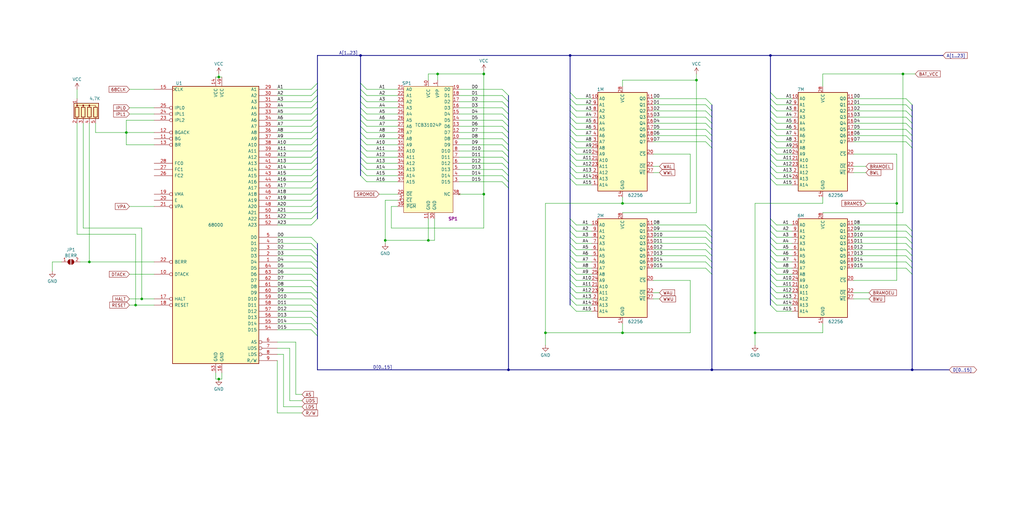
<source format=kicad_sch>
(kicad_sch (version 20230121) (generator eeschema)
  (paper "User" 421.996 209.398)
  (title_block (title "68000 - BIOS ROM - Working & Backup RAM") (date "2023-08-15") (company "SNK") (comment 3 "Converted by Frater ") (comment 4 "NEO-GEO MVS MV1F"))
  (junction (at 224.79 137.16))
  (junction (at 176.53 99.06))
  (junction (at 287.02 33.02))
  (junction (at 158.75 99.06))
  (junction (at 36.83 107.95))
  (junction (at 148.59 22.86))
  (junction (at 52.07 54.61))
  (junction (at 256.54 137.16))
  (junction (at 55.88 125.73))
  (junction (at 209.55 152.4))
  (junction (at 180.34 30.48))
  (junction (at 375.92 152.4))
  (junction (at 317.5 22.86))
  (junction (at 199.39 30.48))
  (junction (at 234.95 22.86))
  (junction (at 90.17 156.21))
  (junction (at 58.42 123.19))
  (junction (at 293.37 152.4))
  (junction (at 369.57 83.82))
  (junction (at 90.17 31.75))
  (junction (at 256.54 83.82))
  (junction (at 199.39 80.01))
  (junction (at 372.11 30.48))
  (junction (at 311.15 137.16))
  (bus_entry (at 209.55 62.23) (size -2.54 -2.54))
  (bus_entry (at 375.92 95.25) (size -2.54 -2.54))
  (bus_entry (at 375.92 53.34) (size -2.54 -2.54))
  (bus_entry (at 130.81 105.41) (size -2.54 -2.54))
  (bus_entry (at 130.81 118.11) (size -2.54 -2.54))
  (bus_entry (at 130.81 125.73) (size -2.54 -2.54))
  (bus_entry (at 130.81 77.47) (size -2.54 2.54))
  (bus_entry (at 209.55 41.91) (size -2.54 -2.54))
  (bus_entry (at 130.81 52.07) (size -2.54 2.54))
  (bus_entry (at 130.81 49.53) (size -2.54 2.54))
  (bus_entry (at 375.92 97.79) (size -2.54 -2.54))
  (bus_entry (at 293.37 60.96) (size -2.54 -2.54))
  (bus_entry (at 317.5 58.42) (size 2.54 2.54))
  (bus_entry (at 148.59 54.61) (size 2.54 2.54))
  (bus_entry (at 375.92 105.41) (size -2.54 -2.54))
  (bus_entry (at 130.81 44.45) (size -2.54 2.54))
  (bus_entry (at 317.5 95.25) (size 2.54 2.54))
  (bus_entry (at 130.81 120.65) (size -2.54 -2.54))
  (bus_entry (at 234.95 58.42) (size 2.54 2.54))
  (bus_entry (at 130.81 54.61) (size -2.54 2.54))
  (bus_entry (at 209.55 44.45) (size -2.54 -2.54))
  (bus_entry (at 234.95 118.11) (size 2.54 2.54))
  (bus_entry (at 209.55 72.39) (size -2.54 -2.54))
  (bus_entry (at 375.92 102.87) (size -2.54 -2.54))
  (bus_entry (at 234.95 53.34) (size 2.54 2.54))
  (bus_entry (at 293.37 95.25) (size -2.54 -2.54))
  (bus_entry (at 209.55 46.99) (size -2.54 -2.54))
  (bus_entry (at 234.95 71.12) (size 2.54 2.54))
  (bus_entry (at 148.59 62.23) (size 2.54 2.54))
  (bus_entry (at 375.92 110.49) (size -2.54 -2.54))
  (bus_entry (at 317.5 68.58) (size 2.54 2.54))
  (bus_entry (at 130.81 39.37) (size -2.54 2.54))
  (bus_entry (at 317.5 66.04) (size 2.54 2.54))
  (bus_entry (at 375.92 100.33) (size -2.54 -2.54))
  (bus_entry (at 209.55 52.07) (size -2.54 -2.54))
  (bus_entry (at 293.37 50.8) (size -2.54 -2.54))
  (bus_entry (at 317.5 45.72) (size 2.54 2.54))
  (bus_entry (at 234.95 105.41) (size 2.54 2.54))
  (bus_entry (at 234.95 100.33) (size 2.54 2.54))
  (bus_entry (at 317.5 53.34) (size 2.54 2.54))
  (bus_entry (at 209.55 77.47) (size -2.54 -2.54))
  (bus_entry (at 293.37 102.87) (size -2.54 -2.54))
  (bus_entry (at 130.81 80.01) (size -2.54 2.54))
  (bus_entry (at 130.81 34.29) (size -2.54 2.54))
  (bus_entry (at 234.95 38.1) (size 2.54 2.54))
  (bus_entry (at 130.81 128.27) (size -2.54 -2.54))
  (bus_entry (at 130.81 36.83) (size -2.54 2.54))
  (bus_entry (at 130.81 113.03) (size -2.54 -2.54))
  (bus_entry (at 148.59 34.29) (size 2.54 2.54))
  (bus_entry (at 234.95 113.03) (size 2.54 2.54))
  (bus_entry (at 234.95 50.8) (size 2.54 2.54))
  (bus_entry (at 317.5 43.18) (size 2.54 2.54))
  (bus_entry (at 317.5 123.19) (size 2.54 2.54))
  (bus_entry (at 209.55 69.85) (size -2.54 -2.54))
  (bus_entry (at 130.81 100.33) (size -2.54 -2.54))
  (bus_entry (at 375.92 48.26) (size -2.54 -2.54))
  (bus_entry (at 234.95 102.87) (size 2.54 2.54))
  (bus_entry (at 148.59 67.31) (size 2.54 2.54))
  (bus_entry (at 130.81 102.87) (size -2.54 -2.54))
  (bus_entry (at 130.81 130.81) (size -2.54 -2.54))
  (bus_entry (at 148.59 49.53) (size 2.54 2.54))
  (bus_entry (at 130.81 72.39) (size -2.54 2.54))
  (bus_entry (at 317.5 97.79) (size 2.54 2.54))
  (bus_entry (at 234.95 120.65) (size 2.54 2.54))
  (bus_entry (at 317.5 50.8) (size 2.54 2.54))
  (bus_entry (at 130.81 67.31) (size -2.54 2.54))
  (bus_entry (at 375.92 45.72) (size -2.54 -2.54))
  (bus_entry (at 293.37 48.26) (size -2.54 -2.54))
  (bus_entry (at 317.5 63.5) (size 2.54 2.54))
  (bus_entry (at 130.81 64.77) (size -2.54 2.54))
  (bus_entry (at 148.59 36.83) (size 2.54 2.54))
  (bus_entry (at 293.37 107.95) (size -2.54 -2.54))
  (bus_entry (at 317.5 113.03) (size 2.54 2.54))
  (bus_entry (at 148.59 44.45) (size 2.54 2.54))
  (bus_entry (at 234.95 55.88) (size 2.54 2.54))
  (bus_entry (at 130.81 59.69) (size -2.54 2.54))
  (bus_entry (at 317.5 107.95) (size 2.54 2.54))
  (bus_entry (at 130.81 46.99) (size -2.54 2.54))
  (bus_entry (at 148.59 52.07) (size 2.54 2.54))
  (bus_entry (at 234.95 125.73) (size 2.54 2.54))
  (bus_entry (at 130.81 138.43) (size -2.54 -2.54))
  (bus_entry (at 148.59 57.15) (size 2.54 2.54))
  (bus_entry (at 293.37 55.88) (size -2.54 -2.54))
  (bus_entry (at 209.55 39.37) (size -2.54 -2.54))
  (bus_entry (at 130.81 133.35) (size -2.54 -2.54))
  (bus_entry (at 234.95 92.71) (size 2.54 2.54))
  (bus_entry (at 130.81 85.09) (size -2.54 2.54))
  (bus_entry (at 317.5 90.17) (size 2.54 2.54))
  (bus_entry (at 234.95 110.49) (size 2.54 2.54))
  (bus_entry (at 234.95 97.79) (size 2.54 2.54))
  (bus_entry (at 234.95 115.57) (size 2.54 2.54))
  (bus_entry (at 148.59 46.99) (size 2.54 2.54))
  (bus_entry (at 317.5 73.66) (size 2.54 2.54))
  (bus_entry (at 375.92 113.03) (size -2.54 -2.54))
  (bus_entry (at 317.5 40.64) (size 2.54 2.54))
  (bus_entry (at 130.81 123.19) (size -2.54 -2.54))
  (bus_entry (at 317.5 100.33) (size 2.54 2.54))
  (bus_entry (at 209.55 59.69) (size -2.54 -2.54))
  (bus_entry (at 148.59 59.69) (size 2.54 2.54))
  (bus_entry (at 293.37 97.79) (size -2.54 -2.54))
  (bus_entry (at 130.81 74.93) (size -2.54 2.54))
  (bus_entry (at 293.37 100.33) (size -2.54 -2.54))
  (bus_entry (at 234.95 73.66) (size 2.54 2.54))
  (bus_entry (at 234.95 68.58) (size 2.54 2.54))
  (bus_entry (at 234.95 123.19) (size 2.54 2.54))
  (bus_entry (at 317.5 105.41) (size 2.54 2.54))
  (bus_entry (at 209.55 54.61) (size -2.54 -2.54))
  (bus_entry (at 375.92 55.88) (size -2.54 -2.54))
  (bus_entry (at 293.37 110.49) (size -2.54 -2.54))
  (bus_entry (at 130.81 69.85) (size -2.54 2.54))
  (bus_entry (at 130.81 115.57) (size -2.54 -2.54))
  (bus_entry (at 130.81 57.15) (size -2.54 2.54))
  (bus_entry (at 375.92 107.95) (size -2.54 -2.54))
  (bus_entry (at 317.5 60.96) (size 2.54 2.54))
  (bus_entry (at 234.95 40.64) (size 2.54 2.54))
  (bus_entry (at 375.92 50.8) (size -2.54 -2.54))
  (bus_entry (at 317.5 125.73) (size 2.54 2.54))
  (bus_entry (at 234.95 95.25) (size 2.54 2.54))
  (bus_entry (at 317.5 115.57) (size 2.54 2.54))
  (bus_entry (at 148.59 69.85) (size 2.54 2.54))
  (bus_entry (at 234.95 90.17) (size 2.54 2.54))
  (bus_entry (at 130.81 62.23) (size -2.54 2.54))
  (bus_entry (at 148.59 41.91) (size 2.54 2.54))
  (bus_entry (at 317.5 118.11) (size 2.54 2.54))
  (bus_entry (at 130.81 87.63) (size -2.54 2.54))
  (bus_entry (at 234.95 45.72) (size 2.54 2.54))
  (bus_entry (at 209.55 74.93) (size -2.54 -2.54))
  (bus_entry (at 130.81 135.89) (size -2.54 -2.54))
  (bus_entry (at 130.81 41.91) (size -2.54 2.54))
  (bus_entry (at 317.5 92.71) (size 2.54 2.54))
  (bus_entry (at 209.55 67.31) (size -2.54 -2.54))
  (bus_entry (at 293.37 58.42) (size -2.54 -2.54))
  (bus_entry (at 234.95 43.18) (size 2.54 2.54))
  (bus_entry (at 375.92 60.96) (size -2.54 -2.54))
  (bus_entry (at 317.5 55.88) (size 2.54 2.54))
  (bus_entry (at 293.37 53.34) (size -2.54 -2.54))
  (bus_entry (at 148.59 72.39) (size 2.54 2.54))
  (bus_entry (at 234.95 63.5) (size 2.54 2.54))
  (bus_entry (at 317.5 120.65) (size 2.54 2.54))
  (bus_entry (at 317.5 48.26) (size 2.54 2.54))
  (bus_entry (at 130.81 110.49) (size -2.54 -2.54))
  (bus_entry (at 317.5 110.49) (size 2.54 2.54))
  (bus_entry (at 293.37 113.03) (size -2.54 -2.54))
  (bus_entry (at 130.81 107.95) (size -2.54 -2.54))
  (bus_entry (at 148.59 64.77) (size 2.54 2.54))
  (bus_entry (at 293.37 43.18) (size -2.54 -2.54))
  (bus_entry (at 317.5 102.87) (size 2.54 2.54))
  (bus_entry (at 375.92 43.18) (size -2.54 -2.54))
  (bus_entry (at 234.95 66.04) (size 2.54 2.54))
  (bus_entry (at 130.81 82.55) (size -2.54 2.54))
  (bus_entry (at 209.55 57.15) (size -2.54 -2.54))
  (bus_entry (at 293.37 45.72) (size -2.54 -2.54))
  (bus_entry (at 130.81 90.17) (size -2.54 2.54))
  (bus_entry (at 234.95 60.96) (size 2.54 2.54))
  (bus_entry (at 375.92 58.42) (size -2.54 -2.54))
  (bus_entry (at 234.95 107.95) (size 2.54 2.54))
  (bus_entry (at 234.95 48.26) (size 2.54 2.54))
  (bus_entry (at 209.55 49.53) (size -2.54 -2.54))
  (bus_entry (at 317.5 71.12) (size 2.54 2.54))
  (bus_entry (at 148.59 39.37) (size 2.54 2.54))
  (bus_entry (at 317.5 38.1) (size 2.54 2.54))
  (bus_entry (at 209.55 64.77) (size -2.54 -2.54))
  (bus_entry (at 293.37 105.41) (size -2.54 -2.54))
  (bus (pts (xy 209.55 44.45) (xy 209.55 46.99)))
  (wire (pts (xy 158.75 99.06) (xy 158.75 100.33)))
  (bus (pts (xy 234.95 50.8) (xy 234.95 53.34)))
  (wire (pts (xy 351.79 50.8) (xy 373.38 50.8)))
  (wire (pts (xy 21.59 107.95) (xy 25.4 107.95)))
  (wire (pts (xy 320.04 128.27) (xy 326.39 128.27)))
  (bus (pts (xy 375.92 58.42) (xy 375.92 60.96)))
  (wire (pts (xy 21.59 111.76) (xy 21.59 107.95)))
  (wire (pts (xy 39.37 54.61) (xy 52.07 54.61)))
  (wire (pts (xy 114.3 128.27) (xy 128.27 128.27)))
  (wire (pts (xy 91.44 153.67) (xy 91.44 156.21)))
  (wire (pts (xy 269.24 50.8) (xy 290.83 50.8)))
  (wire (pts (xy 320.04 76.2) (xy 326.39 76.2)))
  (wire (pts (xy 189.23 39.37) (xy 207.01 39.37)))
  (wire (pts (xy 237.49 71.12) (xy 243.84 71.12)))
  (bus (pts (xy 317.5 71.12) (xy 317.5 73.66)))
  (wire (pts (xy 179.07 90.17) (xy 179.07 99.06)))
  (wire (pts (xy 237.49 128.27) (xy 243.84 128.27)))
  (wire (pts (xy 31.75 50.8) (xy 31.75 96.52)))
  (wire (pts (xy 114.3 59.69) (xy 128.27 59.69)))
  (bus (pts (xy 234.95 40.64) (xy 234.95 43.18)))
  (wire (pts (xy 369.57 115.57) (xy 351.79 115.57)))
  (wire (pts (xy 320.04 58.42) (xy 326.39 58.42)))
  (wire (pts (xy 114.3 41.91) (xy 128.27 41.91)))
  (wire (pts (xy 36.83 107.95) (xy 63.5 107.95)))
  (wire (pts (xy 151.13 74.93) (xy 163.83 74.93)))
  (bus (pts (xy 375.92 55.88) (xy 375.92 58.42)))
  (bus (pts (xy 317.5 22.86) (xy 317.5 38.1)))
  (wire (pts (xy 237.49 120.65) (xy 243.84 120.65)))
  (wire (pts (xy 237.49 100.33) (xy 243.84 100.33)))
  (wire (pts (xy 58.42 93.98) (xy 58.42 123.19)))
  (wire (pts (xy 189.23 64.77) (xy 207.01 64.77)))
  (wire (pts (xy 88.9 153.67) (xy 88.9 156.21)))
  (wire (pts (xy 114.3 64.77) (xy 128.27 64.77)))
  (wire (pts (xy 269.24 53.34) (xy 290.83 53.34)))
  (bus (pts (xy 317.5 50.8) (xy 317.5 53.34)))
  (wire (pts (xy 114.3 118.11) (xy 128.27 118.11)))
  (wire (pts (xy 114.3 85.09) (xy 128.27 85.09)))
  (bus (pts (xy 234.95 90.17) (xy 234.95 92.71)))
  (wire (pts (xy 351.79 71.12) (xy 356.87 71.12)))
  (wire (pts (xy 114.3 82.55) (xy 128.27 82.55)))
  (wire (pts (xy 320.04 97.79) (xy 326.39 97.79)))
  (bus (pts (xy 234.95 97.79) (xy 234.95 100.33)))
  (bus (pts (xy 293.37 58.42) (xy 293.37 60.96)))
  (bus (pts (xy 317.5 107.95) (xy 317.5 110.49)))
  (bus (pts (xy 234.95 22.86) (xy 317.5 22.86)))
  (wire (pts (xy 269.24 40.64) (xy 290.83 40.64)))
  (bus (pts (xy 148.59 62.23) (xy 148.59 64.77)))
  (wire (pts (xy 114.3 105.41) (xy 128.27 105.41)))
  (wire (pts (xy 189.23 80.01) (xy 199.39 80.01)))
  (bus (pts (xy 130.81 85.09) (xy 130.81 87.63)))
  (wire (pts (xy 128.27 39.37) (xy 114.3 39.37)))
  (wire (pts (xy 237.49 53.34) (xy 243.84 53.34)))
  (wire (pts (xy 176.53 99.06) (xy 179.07 99.06)))
  (wire (pts (xy 91.44 156.21) (xy 90.17 156.21)))
  (bus (pts (xy 234.95 68.58) (xy 234.95 71.12)))
  (wire (pts (xy 287.02 87.63) (xy 256.54 87.63)))
  (wire (pts (xy 151.13 69.85) (xy 163.83 69.85)))
  (bus (pts (xy 293.37 105.41) (xy 293.37 107.95)))
  (wire (pts (xy 356.87 83.82) (xy 369.57 83.82)))
  (bus (pts (xy 234.95 55.88) (xy 234.95 58.42)))
  (wire (pts (xy 53.34 113.03) (xy 63.5 113.03)))
  (wire (pts (xy 237.49 45.72) (xy 243.84 45.72)))
  (wire (pts (xy 176.53 90.17) (xy 176.53 99.06)))
  (wire (pts (xy 256.54 137.16) (xy 284.48 137.16)))
  (bus (pts (xy 209.55 49.53) (xy 209.55 52.07)))
  (wire (pts (xy 158.75 82.55) (xy 158.75 99.06)))
  (wire (pts (xy 114.3 67.31) (xy 128.27 67.31)))
  (wire (pts (xy 114.3 44.45) (xy 128.27 44.45)))
  (bus (pts (xy 375.92 113.03) (xy 375.92 152.4)))
  (bus (pts (xy 234.95 63.5) (xy 234.95 66.04)))
  (wire (pts (xy 224.79 83.82) (xy 224.79 137.16)))
  (wire (pts (xy 284.48 63.5) (xy 269.24 63.5)))
  (bus (pts (xy 148.59 59.69) (xy 148.59 62.23)))
  (wire (pts (xy 90.17 30.48) (xy 90.17 31.75)))
  (wire (pts (xy 199.39 93.98) (xy 199.39 80.01)))
  (wire (pts (xy 351.79 102.87) (xy 373.38 102.87)))
  (bus (pts (xy 293.37 97.79) (xy 293.37 100.33)))
  (bus (pts (xy 317.5 120.65) (xy 317.5 123.19)))
  (wire (pts (xy 351.79 110.49) (xy 373.38 110.49)))
  (wire (pts (xy 351.79 68.58) (xy 356.87 68.58)))
  (bus (pts (xy 130.81 67.31) (xy 130.81 69.85)))
  (wire (pts (xy 269.24 105.41) (xy 290.83 105.41)))
  (wire (pts (xy 339.09 83.82) (xy 311.15 83.82)))
  (wire (pts (xy 53.34 125.73) (xy 55.88 125.73)))
  (bus (pts (xy 234.95 53.34) (xy 234.95 55.88)))
  (bus (pts (xy 130.81 34.29) (xy 130.81 36.83)))
  (wire (pts (xy 151.13 64.77) (xy 163.83 64.77)))
  (wire (pts (xy 351.79 48.26) (xy 373.38 48.26)))
  (wire (pts (xy 114.3 74.93) (xy 128.27 74.93)))
  (bus (pts (xy 148.59 49.53) (xy 148.59 52.07)))
  (bus (pts (xy 130.81 102.87) (xy 130.81 105.41)))
  (wire (pts (xy 124.46 167.64) (xy 116.84 167.64)))
  (wire (pts (xy 237.49 125.73) (xy 243.84 125.73)))
  (bus (pts (xy 293.37 45.72) (xy 293.37 48.26)))
  (bus (pts (xy 317.5 55.88) (xy 317.5 58.42)))
  (wire (pts (xy 114.3 123.19) (xy 128.27 123.19)))
  (wire (pts (xy 320.04 125.73) (xy 326.39 125.73)))
  (wire (pts (xy 114.3 135.89) (xy 128.27 135.89)))
  (wire (pts (xy 114.3 80.01) (xy 128.27 80.01)))
  (wire (pts (xy 339.09 30.48) (xy 372.11 30.48)))
  (wire (pts (xy 237.49 113.03) (xy 243.84 113.03)))
  (wire (pts (xy 114.3 54.61) (xy 128.27 54.61)))
  (wire (pts (xy 320.04 55.88) (xy 326.39 55.88)))
  (wire (pts (xy 320.04 95.25) (xy 326.39 95.25)))
  (wire (pts (xy 237.49 60.96) (xy 243.84 60.96)))
  (wire (pts (xy 237.49 63.5) (xy 243.84 63.5)))
  (bus (pts (xy 293.37 107.95) (xy 293.37 110.49)))
  (wire (pts (xy 320.04 107.95) (xy 326.39 107.95)))
  (wire (pts (xy 256.54 83.82) (xy 224.79 83.82)))
  (wire (pts (xy 269.24 45.72) (xy 290.83 45.72)))
  (bus (pts (xy 130.81 120.65) (xy 130.81 123.19)))
  (wire (pts (xy 320.04 102.87) (xy 326.39 102.87)))
  (wire (pts (xy 320.04 110.49) (xy 326.39 110.49)))
  (wire (pts (xy 119.38 143.51) (xy 114.3 143.51)))
  (wire (pts (xy 88.9 156.21) (xy 90.17 156.21)))
  (wire (pts (xy 237.49 40.64) (xy 243.84 40.64)))
  (wire (pts (xy 199.39 29.21) (xy 199.39 30.48)))
  (bus (pts (xy 293.37 102.87) (xy 293.37 105.41)))
  (bus (pts (xy 375.92 152.4) (xy 391.16 152.4)))
  (bus (pts (xy 209.55 54.61) (xy 209.55 57.15)))
  (bus (pts (xy 234.95 71.12) (xy 234.95 73.66)))
  (wire (pts (xy 52.07 59.69) (xy 52.07 54.61)))
  (wire (pts (xy 351.79 53.34) (xy 373.38 53.34)))
  (bus (pts (xy 317.5 113.03) (xy 317.5 115.57)))
  (bus (pts (xy 375.92 105.41) (xy 375.92 107.95)))
  (wire (pts (xy 269.24 120.65) (xy 271.78 120.65)))
  (bus (pts (xy 375.92 50.8) (xy 375.92 53.34)))
  (wire (pts (xy 269.24 68.58) (xy 271.78 68.58)))
  (bus (pts (xy 234.95 38.1) (xy 234.95 40.64)))
  (wire (pts (xy 189.23 57.15) (xy 207.01 57.15)))
  (wire (pts (xy 58.42 123.19) (xy 63.5 123.19)))
  (wire (pts (xy 31.75 36.83) (xy 31.75 40.64)))
  (wire (pts (xy 124.46 162.56) (xy 121.92 162.56)))
  (wire (pts (xy 151.13 59.69) (xy 163.83 59.69)))
  (bus (pts (xy 375.92 95.25) (xy 375.92 97.79)))
  (wire (pts (xy 237.49 55.88) (xy 243.84 55.88)))
  (bus (pts (xy 130.81 113.03) (xy 130.81 115.57)))
  (wire (pts (xy 151.13 41.91) (xy 163.83 41.91)))
  (wire (pts (xy 351.79 105.41) (xy 373.38 105.41)))
  (wire (pts (xy 199.39 80.01) (xy 199.39 30.48)))
  (wire (pts (xy 339.09 81.28) (xy 339.09 83.82)))
  (wire (pts (xy 151.13 67.31) (xy 163.83 67.31)))
  (bus (pts (xy 130.81 107.95) (xy 130.81 110.49)))
  (wire (pts (xy 351.79 58.42) (xy 373.38 58.42)))
  (wire (pts (xy 351.79 45.72) (xy 373.38 45.72)))
  (wire (pts (xy 176.53 30.48) (xy 180.34 30.48)))
  (wire (pts (xy 237.49 68.58) (xy 243.84 68.58)))
  (bus (pts (xy 130.81 138.43) (xy 130.81 152.4)))
  (wire (pts (xy 320.04 73.66) (xy 326.39 73.66)))
  (wire (pts (xy 189.23 54.61) (xy 207.01 54.61)))
  (bus (pts (xy 130.81 110.49) (xy 130.81 113.03)))
  (bus (pts (xy 317.5 40.64) (xy 317.5 43.18)))
  (bus (pts (xy 209.55 46.99) (xy 209.55 49.53)))
  (wire (pts (xy 339.09 35.56) (xy 339.09 30.48)))
  (wire (pts (xy 114.3 57.15) (xy 128.27 57.15)))
  (bus (pts (xy 317.5 48.26) (xy 317.5 50.8)))
  (wire (pts (xy 320.04 45.72) (xy 326.39 45.72)))
  (bus (pts (xy 317.5 60.96) (xy 317.5 63.5)))
  (wire (pts (xy 114.3 110.49) (xy 128.27 110.49)))
  (bus (pts (xy 148.59 39.37) (xy 148.59 36.83)))
  (wire (pts (xy 119.38 143.51) (xy 119.38 165.1)))
  (wire (pts (xy 284.48 83.82) (xy 284.48 63.5)))
  (bus (pts (xy 130.81 135.89) (xy 130.81 138.43)))
  (bus (pts (xy 130.81 52.07) (xy 130.81 54.61)))
  (wire (pts (xy 269.24 48.26) (xy 290.83 48.26)))
  (wire (pts (xy 114.3 97.79) (xy 128.27 97.79)))
  (wire (pts (xy 151.13 36.83) (xy 163.83 36.83)))
  (bus (pts (xy 234.95 107.95) (xy 234.95 110.49)))
  (wire (pts (xy 320.04 60.96) (xy 326.39 60.96)))
  (bus (pts (xy 234.95 92.71) (xy 234.95 95.25)))
  (wire (pts (xy 351.79 120.65) (xy 358.14 120.65)))
  (bus (pts (xy 130.81 64.77) (xy 130.81 67.31)))
  (bus (pts (xy 209.55 39.37) (xy 209.55 41.91)))
  (wire (pts (xy 320.04 53.34) (xy 326.39 53.34)))
  (bus (pts (xy 234.95 66.04) (xy 234.95 68.58)))
  (bus (pts (xy 209.55 152.4) (xy 293.37 152.4)))
  (wire (pts (xy 269.24 58.42) (xy 290.83 58.42)))
  (bus (pts (xy 293.37 152.4) (xy 375.92 152.4)))
  (wire (pts (xy 351.79 95.25) (xy 373.38 95.25)))
  (bus (pts (xy 130.81 152.4) (xy 209.55 152.4)))
  (bus (pts (xy 130.81 72.39) (xy 130.81 74.93)))
  (wire (pts (xy 189.23 36.83) (xy 207.01 36.83)))
  (wire (pts (xy 33.02 107.95) (xy 36.83 107.95)))
  (wire (pts (xy 269.24 100.33) (xy 290.83 100.33)))
  (wire (pts (xy 311.15 83.82) (xy 311.15 137.16)))
  (wire (pts (xy 269.24 43.18) (xy 290.83 43.18)))
  (bus (pts (xy 293.37 43.18) (xy 293.37 45.72)))
  (bus (pts (xy 375.92 60.96) (xy 375.92 95.25)))
  (bus (pts (xy 293.37 110.49) (xy 293.37 113.03)))
  (bus (pts (xy 234.95 105.41) (xy 234.95 107.95)))
  (bus (pts (xy 130.81 125.73) (xy 130.81 128.27)))
  (bus (pts (xy 130.81 77.47) (xy 130.81 80.01)))
  (bus (pts (xy 234.95 118.11) (xy 234.95 120.65)))
  (bus (pts (xy 293.37 53.34) (xy 293.37 55.88)))
  (bus (pts (xy 317.5 53.34) (xy 317.5 55.88)))
  (wire (pts (xy 320.04 92.71) (xy 326.39 92.71)))
  (bus (pts (xy 148.59 22.86) (xy 148.59 34.29)))
  (wire (pts (xy 39.37 50.8) (xy 39.37 54.61)))
  (wire (pts (xy 151.13 44.45) (xy 163.83 44.45)))
  (wire (pts (xy 114.3 120.65) (xy 128.27 120.65)))
  (bus (pts (xy 130.81 36.83) (xy 130.81 39.37)))
  (wire (pts (xy 88.9 31.75) (xy 90.17 31.75)))
  (wire (pts (xy 287.02 30.48) (xy 287.02 33.02)))
  (bus (pts (xy 375.92 110.49) (xy 375.92 113.03)))
  (bus (pts (xy 293.37 55.88) (xy 293.37 58.42)))
  (bus (pts (xy 130.81 41.91) (xy 130.81 44.45)))
  (wire (pts (xy 114.3 46.99) (xy 128.27 46.99)))
  (wire (pts (xy 114.3 49.53) (xy 128.27 49.53)))
  (wire (pts (xy 34.29 93.98) (xy 58.42 93.98)))
  (wire (pts (xy 90.17 31.75) (xy 91.44 31.75)))
  (wire (pts (xy 237.49 102.87) (xy 243.84 102.87)))
  (wire (pts (xy 351.79 97.79) (xy 373.38 97.79)))
  (bus (pts (xy 375.92 97.79) (xy 375.92 100.33)))
  (wire (pts (xy 377.19 30.48) (xy 372.11 30.48)))
  (bus (pts (xy 317.5 102.87) (xy 317.5 105.41)))
  (bus (pts (xy 234.95 120.65) (xy 234.95 123.19)))
  (bus (pts (xy 375.92 107.95) (xy 375.92 110.49)))
  (wire (pts (xy 284.48 137.16) (xy 284.48 115.57)))
  (bus (pts (xy 130.81 128.27) (xy 130.81 130.81)))
  (wire (pts (xy 269.24 97.79) (xy 290.83 97.79)))
  (wire (pts (xy 320.04 120.65) (xy 326.39 120.65)))
  (wire (pts (xy 237.49 105.41) (xy 243.84 105.41)))
  (wire (pts (xy 116.84 146.05) (xy 114.3 146.05)))
  (bus (pts (xy 234.95 123.19) (xy 234.95 125.73)))
  (wire (pts (xy 114.3 102.87) (xy 128.27 102.87)))
  (bus (pts (xy 317.5 43.18) (xy 317.5 45.72)))
  (wire (pts (xy 114.3 113.03) (xy 128.27 113.03)))
  (bus (pts (xy 130.81 118.11) (xy 130.81 120.65)))
  (bus (pts (xy 234.95 43.18) (xy 234.95 45.72)))
  (bus (pts (xy 317.5 38.1) (xy 317.5 40.64)))
  (wire (pts (xy 156.21 80.01) (xy 163.83 80.01)))
  (wire (pts (xy 237.49 92.71) (xy 243.84 92.71)))
  (wire (pts (xy 114.3 133.35) (xy 128.27 133.35)))
  (wire (pts (xy 369.57 83.82) (xy 369.57 115.57)))
  (bus (pts (xy 209.55 59.69) (xy 209.55 62.23)))
  (wire (pts (xy 351.79 63.5) (xy 369.57 63.5)))
  (wire (pts (xy 237.49 66.04) (xy 243.84 66.04)))
  (wire (pts (xy 53.34 123.19) (xy 58.42 123.19)))
  (wire (pts (xy 224.79 137.16) (xy 224.79 142.24)))
  (wire (pts (xy 116.84 167.64) (xy 116.84 146.05)))
  (bus (pts (xy 130.81 39.37) (xy 130.81 41.91)))
  (wire (pts (xy 189.23 44.45) (xy 207.01 44.45)))
  (wire (pts (xy 189.23 72.39) (xy 207.01 72.39)))
  (bus (pts (xy 148.59 22.86) (xy 234.95 22.86)))
  (bus (pts (xy 234.95 95.25) (xy 234.95 97.79)))
  (wire (pts (xy 269.24 55.88) (xy 290.83 55.88)))
  (wire (pts (xy 237.49 95.25) (xy 243.84 95.25)))
  (wire (pts (xy 53.34 44.45) (xy 63.5 44.45)))
  (wire (pts (xy 311.15 137.16) (xy 311.15 142.24)))
  (bus (pts (xy 130.81 49.53) (xy 130.81 52.07)))
  (bus (pts (xy 293.37 95.25) (xy 293.37 97.79)))
  (wire (pts (xy 176.53 30.48) (xy 176.53 33.02)))
  (wire (pts (xy 189.23 67.31) (xy 207.01 67.31)))
  (wire (pts (xy 55.88 125.73) (xy 63.5 125.73)))
  (wire (pts (xy 163.83 85.09) (xy 161.29 85.09)))
  (bus (pts (xy 148.59 64.77) (xy 148.59 67.31)))
  (wire (pts (xy 114.3 130.81) (xy 128.27 130.81)))
  (wire (pts (xy 114.3 36.83) (xy 128.27 36.83)))
  (wire (pts (xy 114.3 100.33) (xy 128.27 100.33)))
  (wire (pts (xy 320.04 68.58) (xy 326.39 68.58)))
  (wire (pts (xy 287.02 33.02) (xy 287.02 87.63)))
  (wire (pts (xy 114.3 125.73) (xy 128.27 125.73)))
  (wire (pts (xy 320.04 100.33) (xy 326.39 100.33)))
  (wire (pts (xy 52.07 49.53) (xy 63.5 49.53)))
  (bus (pts (xy 209.55 64.77) (xy 209.55 67.31)))
  (bus (pts (xy 234.95 115.57) (xy 234.95 118.11)))
  (bus (pts (xy 234.95 60.96) (xy 234.95 63.5)))
  (wire (pts (xy 237.49 58.42) (xy 243.84 58.42)))
  (bus (pts (xy 209.55 41.91) (xy 209.55 44.45)))
  (wire (pts (xy 320.04 113.03) (xy 326.39 113.03)))
  (bus (pts (xy 317.5 58.42) (xy 317.5 60.96)))
  (bus (pts (xy 148.59 41.91) (xy 148.59 39.37)))
  (wire (pts (xy 351.79 123.19) (xy 358.14 123.19)))
  (bus (pts (xy 130.81 46.99) (xy 130.81 49.53)))
  (wire (pts (xy 31.75 96.52) (xy 55.88 96.52)))
  (wire (pts (xy 52.07 54.61) (xy 63.5 54.61)))
  (wire (pts (xy 237.49 48.26) (xy 243.84 48.26)))
  (bus (pts (xy 148.59 36.83) (xy 148.59 34.29)))
  (bus (pts (xy 148.59 44.45) (xy 148.59 41.91)))
  (wire (pts (xy 237.49 43.18) (xy 243.84 43.18)))
  (wire (pts (xy 320.04 115.57) (xy 326.39 115.57)))
  (wire (pts (xy 158.75 99.06) (xy 176.53 99.06)))
  (wire (pts (xy 151.13 39.37) (xy 163.83 39.37)))
  (bus (pts (xy 209.55 74.93) (xy 209.55 77.47)))
  (bus (pts (xy 234.95 100.33) (xy 234.95 102.87)))
  (wire (pts (xy 189.23 41.91) (xy 207.01 41.91)))
  (wire (pts (xy 36.83 50.8) (xy 36.83 107.95)))
  (wire (pts (xy 269.24 110.49) (xy 290.83 110.49)))
  (wire (pts (xy 269.24 123.19) (xy 271.78 123.19)))
  (wire (pts (xy 237.49 97.79) (xy 243.84 97.79)))
  (wire (pts (xy 114.3 69.85) (xy 128.27 69.85)))
  (wire (pts (xy 124.46 170.18) (xy 114.3 170.18)))
  (bus (pts (xy 148.59 54.61) (xy 148.59 57.15)))
  (bus (pts (xy 317.5 92.71) (xy 317.5 95.25)))
  (wire (pts (xy 151.13 72.39) (xy 163.83 72.39)))
  (bus (pts (xy 317.5 66.04) (xy 317.5 68.58)))
  (bus (pts (xy 375.92 53.34) (xy 375.92 55.88)))
  (wire (pts (xy 320.04 105.41) (xy 326.39 105.41)))
  (wire (pts (xy 269.24 102.87) (xy 290.83 102.87)))
  (bus (pts (xy 130.81 87.63) (xy 130.81 90.17)))
  (bus (pts (xy 209.55 62.23) (xy 209.55 64.77)))
  (bus (pts (xy 148.59 67.31) (xy 148.59 69.85)))
  (bus (pts (xy 317.5 22.86) (xy 388.62 22.86)))
  (bus (pts (xy 317.5 45.72) (xy 317.5 48.26)))
  (bus (pts (xy 234.95 113.03) (xy 234.95 115.57)))
  (wire (pts (xy 237.49 118.11) (xy 243.84 118.11)))
  (wire (pts (xy 161.29 93.98) (xy 199.39 93.98)))
  (bus (pts (xy 317.5 95.25) (xy 317.5 97.79)))
  (wire (pts (xy 269.24 107.95) (xy 290.83 107.95)))
  (wire (pts (xy 320.04 123.19) (xy 326.39 123.19)))
  (wire (pts (xy 161.29 85.09) (xy 161.29 93.98)))
  (bus (pts (xy 317.5 115.57) (xy 317.5 118.11)))
  (bus (pts (xy 234.95 102.87) (xy 234.95 105.41)))
  (bus (pts (xy 234.95 45.72) (xy 234.95 48.26)))
  (bus (pts (xy 293.37 113.03) (xy 293.37 152.4)))
  (bus (pts (xy 375.92 43.18) (xy 375.92 45.72)))
  (wire (pts (xy 320.04 71.12) (xy 326.39 71.12)))
  (wire (pts (xy 256.54 137.16) (xy 224.79 137.16)))
  (wire (pts (xy 180.34 30.48) (xy 199.39 30.48)))
  (wire (pts (xy 189.23 49.53) (xy 207.01 49.53)))
  (bus (pts (xy 209.55 57.15) (xy 209.55 59.69)))
  (wire (pts (xy 114.3 77.47) (xy 128.27 77.47)))
  (wire (pts (xy 158.75 82.55) (xy 163.83 82.55)))
  (bus (pts (xy 317.5 110.49) (xy 317.5 113.03)))
  (wire (pts (xy 237.49 107.95) (xy 243.84 107.95)))
  (bus (pts (xy 130.81 130.81) (xy 130.81 133.35)))
  (wire (pts (xy 256.54 33.02) (xy 256.54 35.56)))
  (bus (pts (xy 130.81 59.69) (xy 130.81 62.23)))
  (wire (pts (xy 121.92 140.97) (xy 114.3 140.97)))
  (bus (pts (xy 148.59 44.45) (xy 148.59 46.99)))
  (wire (pts (xy 237.49 73.66) (xy 243.84 73.66)))
  (bus (pts (xy 317.5 100.33) (xy 317.5 102.87)))
  (wire (pts (xy 269.24 92.71) (xy 290.83 92.71)))
  (bus (pts (xy 130.81 22.86) (xy 130.81 34.29)))
  (wire (pts (xy 237.49 50.8) (xy 243.84 50.8)))
  (wire (pts (xy 114.3 87.63) (xy 128.27 87.63)))
  (bus (pts (xy 130.81 69.85) (xy 130.81 72.39)))
  (wire (pts (xy 55.88 96.52) (xy 55.88 125.73)))
  (bus (pts (xy 317.5 63.5) (xy 317.5 66.04)))
  (bus (pts (xy 130.81 57.15) (xy 130.81 59.69)))
  (wire (pts (xy 237.49 110.49) (xy 243.84 110.49)))
  (wire (pts (xy 114.3 107.95) (xy 128.27 107.95)))
  (wire (pts (xy 114.3 72.39) (xy 128.27 72.39)))
  (bus (pts (xy 130.81 80.01) (xy 130.81 82.55)))
  (wire (pts (xy 53.34 46.99) (xy 63.5 46.99)))
  (wire (pts (xy 320.04 118.11) (xy 326.39 118.11)))
  (wire (pts (xy 63.5 59.69) (xy 52.07 59.69)))
  (bus (pts (xy 293.37 100.33) (xy 293.37 102.87)))
  (wire (pts (xy 269.24 115.57) (xy 284.48 115.57)))
  (bus (pts (xy 317.5 105.41) (xy 317.5 107.95)))
  (wire (pts (xy 121.92 162.56) (xy 121.92 140.97)))
  (wire (pts (xy 320.04 48.26) (xy 326.39 48.26)))
  (bus (pts (xy 130.81 115.57) (xy 130.81 118.11)))
  (bus (pts (xy 130.81 133.35) (xy 130.81 135.89)))
  (wire (pts (xy 320.04 50.8) (xy 326.39 50.8)))
  (bus (pts (xy 148.59 57.15) (xy 148.59 59.69)))
  (wire (pts (xy 237.49 115.57) (xy 243.84 115.57)))
  (wire (pts (xy 189.23 69.85) (xy 207.01 69.85)))
  (wire (pts (xy 351.79 43.18) (xy 373.38 43.18)))
  (bus (pts (xy 148.59 52.07) (xy 148.59 54.61)))
  (wire (pts (xy 237.49 123.19) (xy 243.84 123.19)))
  (wire (pts (xy 151.13 57.15) (xy 163.83 57.15)))
  (bus (pts (xy 293.37 48.26) (xy 293.37 50.8)))
  (wire (pts (xy 351.79 107.95) (xy 373.38 107.95)))
  (bus (pts (xy 234.95 48.26) (xy 234.95 50.8)))
  (bus (pts (xy 209.55 67.31) (xy 209.55 69.85)))
  (bus (pts (xy 234.95 22.86) (xy 234.95 38.1)))
  (wire (pts (xy 256.54 133.35) (xy 256.54 137.16)))
  (bus (pts (xy 375.92 100.33) (xy 375.92 102.87)))
  (bus (pts (xy 375.92 48.26) (xy 375.92 50.8)))
  (bus (pts (xy 234.95 110.49) (xy 234.95 113.03)))
  (wire (pts (xy 114.3 170.18) (xy 114.3 148.59)))
  (wire (pts (xy 124.46 165.1) (xy 119.38 165.1)))
  (bus (pts (xy 130.81 22.86) (xy 148.59 22.86)))
  (wire (pts (xy 114.3 90.17) (xy 128.27 90.17)))
  (bus (pts (xy 317.5 118.11) (xy 317.5 120.65)))
  (bus (pts (xy 317.5 90.17) (xy 317.5 92.71)))
  (bus (pts (xy 209.55 77.47) (xy 209.55 152.4)))
  (wire (pts (xy 189.23 46.99) (xy 207.01 46.99)))
  (wire (pts (xy 269.24 95.25) (xy 290.83 95.25)))
  (bus (pts (xy 317.5 123.19) (xy 317.5 125.73)))
  (wire (pts (xy 320.04 40.64) (xy 326.39 40.64)))
  (bus (pts (xy 148.59 46.99) (xy 148.59 49.53)))
  (bus (pts (xy 317.5 73.66) (xy 317.5 90.17)))
  (wire (pts (xy 351.79 55.88) (xy 373.38 55.88)))
  (wire (pts (xy 114.3 92.71) (xy 128.27 92.71)))
  (bus (pts (xy 148.59 69.85) (xy 148.59 72.39)))
  (wire (pts (xy 372.11 30.48) (xy 372.11 87.63)))
  (wire (pts (xy 151.13 52.07) (xy 163.83 52.07)))
  (bus (pts (xy 234.95 73.66) (xy 234.95 90.17)))
  (wire (pts (xy 189.23 62.23) (xy 207.01 62.23)))
  (wire (pts (xy 151.13 62.23) (xy 163.83 62.23)))
  (wire (pts (xy 180.34 30.48) (xy 180.34 33.02)))
  (wire (pts (xy 151.13 54.61) (xy 163.83 54.61)))
  (wire (pts (xy 351.79 100.33) (xy 373.38 100.33)))
  (bus (pts (xy 209.55 69.85) (xy 209.55 72.39)))
  (bus (pts (xy 209.55 52.07) (xy 209.55 54.61)))
  (bus (pts (xy 375.92 45.72) (xy 375.92 48.26)))
  (wire (pts (xy 339.09 133.35) (xy 339.09 137.16)))
  (bus (pts (xy 234.95 58.42) (xy 234.95 60.96)))
  (wire (pts (xy 34.29 50.8) (xy 34.29 93.98)))
  (bus (pts (xy 130.81 100.33) (xy 130.81 102.87)))
  (bus (pts (xy 317.5 97.79) (xy 317.5 100.33)))
  (wire (pts (xy 351.79 40.64) (xy 373.38 40.64)))
  (wire (pts (xy 189.23 74.93) (xy 207.01 74.93)))
  (wire (pts (xy 320.04 66.04) (xy 326.39 66.04)))
  (bus (pts (xy 375.92 102.87) (xy 375.92 105.41)))
  (wire (pts (xy 151.13 49.53) (xy 163.83 49.53)))
  (wire (pts (xy 114.3 62.23) (xy 128.27 62.23)))
  (wire (pts (xy 114.3 115.57) (xy 128.27 115.57)))
  (wire (pts (xy 372.11 87.63) (xy 339.09 87.63)))
  (wire (pts (xy 256.54 33.02) (xy 287.02 33.02)))
  (bus (pts (xy 209.55 72.39) (xy 209.55 74.93)))
  (wire (pts (xy 256.54 81.28) (xy 256.54 83.82)))
  (wire (pts (xy 189.23 52.07) (xy 207.01 52.07)))
  (bus (pts (xy 293.37 50.8) (xy 293.37 53.34)))
  (wire (pts (xy 52.07 49.53) (xy 52.07 54.61)))
  (wire (pts (xy 320.04 43.18) (xy 326.39 43.18)))
  (wire (pts (xy 53.34 85.09) (xy 63.5 85.09)))
  (bus (pts (xy 130.81 44.45) (xy 130.81 46.99)))
  (wire (pts (xy 114.3 52.07) (xy 128.27 52.07)))
  (wire (pts (xy 189.23 59.69) (xy 207.01 59.69)))
  (wire (pts (xy 339.09 137.16) (xy 311.15 137.16)))
  (bus (pts (xy 130.81 105.41) (xy 130.81 107.95)))
  (bus (pts (xy 130.81 82.55) (xy 130.81 85.09)))
  (bus (pts (xy 293.37 60.96) (xy 293.37 95.25)))
  (bus (pts (xy 130.81 74.93) (xy 130.81 77.47)))
  (wire (pts (xy 256.54 83.82) (xy 284.48 83.82)))
  (wire (pts (xy 151.13 46.99) (xy 163.83 46.99)))
  (bus (pts (xy 130.81 62.23) (xy 130.81 64.77)))
  (wire (pts (xy 320.04 63.5) (xy 326.39 63.5)))
  (wire (pts (xy 237.49 76.2) (xy 243.84 76.2)))
  (wire (pts (xy 53.34 36.83) (xy 63.5 36.83)))
  (bus (pts (xy 130.81 54.61) (xy 130.81 57.15)))
  (wire (pts (xy 351.79 92.71) (xy 373.38 92.71)))
  (wire (pts (xy 369.57 63.5) (xy 369.57 83.82)))
  (bus (pts (xy 317.5 68.58) (xy 317.5 71.12)))
  (wire (pts (xy 269.24 71.12) (xy 271.78 71.12)))
  (bus (pts (xy 130.81 123.19) (xy 130.81 125.73)))
  (label "D11" (at 114.3 125.73 0))
  (label "A4" (at 240.03 100.33 0))
  (label "D0" (at 269.24 40.64 0))
  (label "D9" (at 351.79 95.25 0))
  (label "D14" (at 114.3 133.35 0))
  (label "A7" (at 326.39 55.88 180))
  (label "A6" (at 243.84 53.34 180))
  (label "A12" (at 322.58 120.65 0))
  (label "A5" (at 322.58 102.87 0))
  (label "A3" (at 240.03 97.79 0))
  (label "D13" (at 351.79 105.41 0))
  (label "A3" (at 243.84 45.72 180))
  (label "D1" (at 351.79 43.18 0))
  (label "A5" (at 243.84 50.8 180))
  (label "D14" (at 194.31 72.39 0))
  (label "D5" (at 194.31 49.53 0))
  (label "A2" (at 158.75 39.37 180))
  (label "D2" (at 351.79 45.72 0))
  (label "D15" (at 269.24 110.49 0))
  (label "A10" (at 322.58 115.57 0))
  (label "A5" (at 158.75 46.99 180))
  (label "D5" (at 269.24 53.34 0))
  (label "A4" (at 326.39 48.26 180))
  (label "A16" (at 158.75 74.93 180))
  (label "A8" (at 114.3 54.61 0))
  (label "D6" (at 114.3 113.03 0))
  (label "A11" (at 240.03 118.11 0))
  (label "A4" (at 243.84 48.26 180))
  (label "D9" (at 114.3 120.65 0))
  (label "A2" (at 114.3 39.37 0))
  (label "A12" (at 114.3 64.77 0))
  (label "D13" (at 269.24 105.41 0))
  (label "D0" (at 114.3 97.79 0))
  (label "A13" (at 326.39 71.12 180))
  (label "A2" (at 322.58 95.25 0))
  (label "A15" (at 114.3 72.39 0))
  (label "A15" (at 240.03 128.27 0))
  (label "A8" (at 158.75 54.61 180))
  (label "A1" (at 326.39 40.64 180))
  (label "A14" (at 243.84 73.66 180))
  (label "D12" (at 351.79 102.87 0))
  (label "D15" (at 194.31 74.93 0))
  (label "A7" (at 322.58 107.95 0))
  (label "D11" (at 194.31 64.77 0))
  (label "A7" (at 158.75 52.07 180))
  (label "A8" (at 243.84 58.42 180))
  (label "A9" (at 322.58 113.03 0))
  (label "D12" (at 114.3 128.27 0))
  (label "A6" (at 326.39 53.34 180))
  (label "A10" (at 243.84 63.5 180))
  (label "A7" (at 240.03 107.95 0))
  (label "A14" (at 322.58 125.73 0))
  (label "D7" (at 194.31 54.61 0))
  (label "A21" (at 114.3 87.63 0))
  (label "A12" (at 240.03 120.65 0))
  (label "A13" (at 322.58 123.19 0))
  (label "D10" (at 114.3 123.19 0))
  (label "A10" (at 114.3 59.69 0))
  (label "A8" (at 326.39 58.42 180))
  (label "D0" (at 351.79 40.64 0))
  (label "A4" (at 114.3 44.45 0))
  (label "A1" (at 243.84 40.64 180))
  (label "A9" (at 243.84 60.96 180))
  (label "D6" (at 351.79 55.88 0))
  (label "A6" (at 114.3 49.53 0))
  (label "A4" (at 158.75 44.45 180))
  (label "D15" (at 114.3 135.89 0))
  (label "D3" (at 351.79 48.26 0))
  (label "A3" (at 158.75 41.91 180))
  (label "D3" (at 194.31 44.45 0))
  (label "D9" (at 269.24 95.25 0))
  (label "A14" (at 158.75 69.85 180))
  (label "A12" (at 243.84 68.58 180))
  (label "A11" (at 322.58 118.11 0))
  (label "A5" (at 326.39 50.8 180))
  (label "D12" (at 194.31 67.31 0))
  (label "A3" (at 114.3 41.91 0))
  (label "D11" (at 351.79 100.33 0))
  (label "A1" (at 322.58 92.71 0))
  (label "A5" (at 114.3 46.99 0))
  (label "D7" (at 269.24 58.42 0))
  (label "D3" (at 114.3 105.41 0))
  (label "A11" (at 158.75 62.23 180))
  (label "A13" (at 114.3 67.31 0))
  (label "A10" (at 158.75 59.69 180))
  (label "D12" (at 269.24 102.87 0))
  (label "D10" (at 351.79 97.79 0))
  (label "A13" (at 158.75 67.31 180))
  (label "D4" (at 194.31 46.99 0))
  (label "A8" (at 322.58 110.49 0))
  (label "A[1..23]" (at 139.7 22.86 0))
  (label "A11" (at 326.39 66.04 180))
  (label "D10" (at 194.31 62.23 0))
  (label "D14" (at 269.24 107.95 0))
  (label "A9" (at 114.3 57.15 0))
  (label "A22" (at 114.3 90.17 0))
  (label "A14" (at 240.03 125.73 0))
  (label "A7" (at 114.3 52.07 0))
  (label "D15" (at 351.79 110.49 0))
  (label "A1" (at 114.3 36.83 0))
  (label "D14" (at 351.79 107.95 0))
  (label "A2" (at 240.03 95.25 0))
  (label "A5" (at 240.03 102.87 0))
  (label "A6" (at 322.58 105.41 0))
  (label "D7" (at 351.79 58.42 0))
  (label "D3" (at 269.24 48.26 0))
  (label "A14" (at 326.39 73.66 180))
  (label "A12" (at 158.75 64.77 180))
  (label "A12" (at 326.39 68.58 180))
  (label "A2" (at 326.39 43.18 180))
  (label "A13" (at 243.84 71.12 180))
  (label "D13" (at 194.31 69.85 0))
  (label "D2" (at 114.3 102.87 0))
  (label "D1" (at 269.24 43.18 0))
  (label "A3" (at 326.39 45.72 180))
  (label "D7" (at 114.3 115.57 0))
  (label "A1" (at 240.03 92.71 0))
  (label "A16" (at 114.3 74.93 0))
  (label "A1" (at 158.75 36.83 180))
  (label "D8" (at 269.24 92.71 0))
  (label "A10" (at 326.39 63.5 180))
  (label "A20" (at 114.3 85.09 0))
  (label "A4" (at 322.58 100.33 0))
  (label "A19" (at 114.3 82.55 0))
  (label "A18" (at 114.3 80.01 0))
  (label "D6" (at 269.24 55.88 0))
  (label "D4" (at 269.24 50.8 0))
  (label "A7" (at 243.84 55.88 180))
  (label "D1" (at 194.31 39.37 0))
  (label "A14" (at 114.3 69.85 0))
  (label "D2" (at 269.24 45.72 0))
  (label "D8" (at 351.79 92.71 0))
  (label "A3" (at 322.58 97.79 0))
  (label "A6" (at 158.75 49.53 180))
  (label "D5" (at 114.3 110.49 0))
  (label "D[0..15]" (at 153.67 152.4 0))
  (label "A15" (at 326.39 76.2 180))
  (label "A15" (at 322.58 128.27 0))
  (label "A13" (at 240.03 123.19 0))
  (label "D0" (at 194.31 36.83 0))
  (label "D2" (at 194.31 41.91 0))
  (label "A6" (at 240.03 105.41 0))
  (label "D1" (at 114.3 100.33 0))
  (label "A11" (at 114.3 62.23 0))
  (label "D4" (at 351.79 50.8 0))
  (label "A9" (at 158.75 57.15 180))
  (label "D10" (at 269.24 97.79 0))
  (label "D8" (at 194.31 57.15 0))
  (label "A15" (at 243.84 76.2 180))
  (label "A11" (at 243.84 66.04 180))
  (label "D8" (at 114.3 118.11 0))
  (label "A15" (at 158.75 72.39 180))
  (label "A9" (at 326.39 60.96 180))
  (label "D6" (at 194.31 52.07 0))
  (label "D5" (at 351.79 53.34 0))
  (label "D13" (at 114.3 130.81 0))
  (label "A17" (at 114.3 77.47 0))
  (label "D4" (at 114.3 107.95 0))
  (label "A8" (at 240.03 110.49 0))
  (label "A2" (at 243.84 43.18 180))
  (label "A9" (at 240.03 113.03 0))
  (label "D9" (at 194.31 59.69 0))
  (label "A23" (at 114.3 92.71 0))
  (label "D11" (at 269.24 100.33 0))
  (label "A10" (at 240.03 115.57 0))
  (global_label "WAU" (shape input) (at 271.78 120.65 0) (property "Intersheetrefs" "${INTERSHEET_REFS}" (at 278.6357 120.65 0) (effects (justify left))))
  (global_label "IPL1" (shape input) (at 53.34 46.99 180) (property "Intersheetrefs" "${INTERSHEET_REFS}" (at 46.2424 46.99 0) (effects (justify right))))
  (global_label "BRAMCS" (shape input) (at 356.87 83.82 180) (property "Intersheetrefs" "${INTERSHEET_REFS}" (at 346.3253 83.82 0) (effects (justify right))))
  (global_label "BRAMOEL" (shape input) (at 356.87 68.58 0) (property "Intersheetrefs" "${INTERSHEET_REFS}" (at 368.4428 68.58 0) (effects (justify left))))
  (global_label "LDS" (shape input) (at 124.46 167.64 0) (property "Intersheetrefs" "${INTERSHEET_REFS}" (at 130.9528 167.64 0) (effects (justify left))))
  (global_label "UDS" (shape input) (at 124.46 165.1 0) (property "Intersheetrefs" "${INTERSHEET_REFS}" (at 131.2552 165.1 0) (effects (justify left))))
  (global_label "R{slash}W" (shape input) (at 124.46 170.18 0) (property "Intersheetrefs" "${INTERSHEET_REFS}" (at 131.4971 170.18 0) (effects (justify left))))
  (global_label "WWL" (shape input) (at 271.78 71.12 0) (property "Intersheetrefs" "${INTERSHEET_REFS}" (at 278.6961 71.12 0) (effects (justify left))))
  (global_label "AS" (shape input) (at 124.46 162.56 0) (property "Intersheetrefs" "${INTERSHEET_REFS}" (at 129.7433 162.56 0) (effects (justify left))))
  (global_label "WAL" (shape input) (at 271.78 68.58 0) (property "Intersheetrefs" "${INTERSHEET_REFS}" (at 278.3333 68.58 0) (effects (justify left))))
  (global_label "D[0..15]" (shape bidirectional) (at 391.16 152.4 0) (property "Intersheetrefs" "${INTERSHEET_REFS}" (at 403.058 152.4 0) (effects (justify left))))
  (global_label "BAT_VCC" (shape input) (at 377.19 30.48 0) (property "Intersheetrefs" "${INTERSHEET_REFS}" (at 387.13 30.48 0) (effects (justify left))))
  (global_label "RESET" (shape input) (at 53.34 125.73 180) (property "Intersheetrefs" "${INTERSHEET_REFS}" (at 44.6097 125.73 0) (effects (justify right))))
  (global_label "HALT" (shape input) (at 53.34 123.19 180) (property "Intersheetrefs" "${INTERSHEET_REFS}" (at 45.94 123.19 0) (effects (justify right))))
  (global_label "BRAMOEU" (shape input) (at 358.14 120.65 0) (property "Intersheetrefs" "${INTERSHEET_REFS}" (at 370.0152 120.65 0) (effects (justify left))))
  (global_label "BWL" (shape input) (at 356.87 71.12 0) (property "Intersheetrefs" "${INTERSHEET_REFS}" (at 363.6047 71.12 0) (effects (justify left))))
  (global_label "IPL0" (shape input) (at 53.34 44.45 180) (property "Intersheetrefs" "${INTERSHEET_REFS}" (at 46.2424 44.45 0) (effects (justify right))))
  (global_label "WWU" (shape input) (at 271.78 123.19 0) (property "Intersheetrefs" "${INTERSHEET_REFS}" (at 278.9985 123.19 0) (effects (justify left))))
  (global_label "DTACK" (shape input) (at 53.34 113.03 180) (property "Intersheetrefs" "${INTERSHEET_REFS}" (at 44.4886 113.03 0) (effects (justify right))))
  (global_label "BWU" (shape input) (at 358.14 123.19 0) (property "Intersheetrefs" "${INTERSHEET_REFS}" (at 365.1771 123.19 0) (effects (justify left))))
  (global_label "VPA" (shape input) (at 53.34 85.09 180) (property "Intersheetrefs" "${INTERSHEET_REFS}" (at 46.9076 85.09 0) (effects (justify right))))
  (global_label "SROMOE" (shape input) (at 156.21 80.01 180) (property "Intersheetrefs" "${INTERSHEET_REFS}" (at 145.4839 80.01 0) (effects (justify right))))
  (global_label "68CLK" (shape input) (at 53.34 36.83 180) (property "Intersheetrefs" "${INTERSHEET_REFS}" (at 44.3677 36.83 0) (effects (justify right))))
  (global_label "A[1..23]" (shape input) (at 388.62 22.86 0) (property "Intersheetrefs" "${INTERSHEET_REFS}" (at 399.2253 22.86 0) (effects (font italic) (justify left))))
  (symbol (lib_id "power:GND") (at 158.75 100.33 0) (unit 1)
    (property "Reference" "#PWR05" (effects hide))
    (property "Value" "GND" (at 158.75 104.4631 0))
    (instances (project "MVS" (path "" (reference "#PWR05") (unit 1)) (path "" (reference "#PWR031") (unit 1))))
  )
  (symbol (lib_id "Memory_RAM:KM62256CLP") (at 339.09 110.49 0) (unit 1)
    (property "Reference" "6M" (at 331.47 88.9 0) (effects (justify right)))
    (property "Value" "62256" (at 341.2841 132.5301 0) (effects (justify left)))
    (property "Footprint" "Package_DIP:DIP-28_W15.24mm" (effects hide))
    (property "Datasheet" "https://www.futurlec.com/Datasheet/Memory/62256.pdf" (effects hide))
    (instances (project "MVS" (path "" (reference "6M") (unit 1)) (path "" (reference "8H1") (unit 1))))
  )
  (symbol (lib_id "Memory_RAM:KM62256CLP") (at 339.09 58.42 0) (unit 1)
    (property "Reference" "7M" (at 331.47 36.83 0) (effects (justify right)))
    (property "Value" "62256" (at 341.2841 80.4601 0) (effects (justify left)))
    (property "Footprint" "Package_DIP:DIP-28_W15.24mm" (effects hide))
    (property "Datasheet" "https://www.futurlec.com/Datasheet/Memory/62256.pdf" (effects hide))
    (instances (project "MVS" (path "" (reference "7M") (unit 1)) (path "" (reference "7H1") (unit 1))))
  )
  (symbol (lib_id "0-Custom-cbm-steve:27C1024") (at 176.53 59.69 0) (unit 1)
    (property "Reference" "SP1" (at 167.64 34.29 0))
    (property "Value" "TCB31024P" (at 176.53 51.5427 0))
    (property "BoardLabel" "SP1" (at 186.69 90.17 0) (effects (font bold)))
    (instances (project "MVS" (path "" (reference "SP1") (unit 1)) (path "" (reference "6F1") (unit 1))))
  )
  (symbol (lib_id "Device:R_Network04") (at 36.83 45.72 0) (unit 1)
    (property "Reference" "RN4" (effects hide))
    (property "Value" "4.7K" (at 36.83 40.64 0) (effects (justify left)))
    (property "Footprint" "Resistor_THT:R_Array_SIP5" (effects hide))
    (property "Datasheet" "http://www.vishay.com/docs/31509/csc.pdf" (effects hide))
    (instances (project "MVS" (path "" (reference "RN4") (unit 1)) (path "" (reference "RN1") (unit 1))))
  )
  (symbol (lib_id "power:GND") (at 311.15 142.24 0) (unit 1)
    (property "Reference" "#PWR09" (effects hide))
    (property "Value" "GND" (at 311.15 146.3731 0))
    (instances (project "MVS" (path "" (reference "#PWR09") (unit 1)) (path "" (reference "#PWR035") (unit 1))))
  )
  (symbol (lib_id "power:VCC") (at 287.02 30.48 0) (unit 1)
    (property "Reference" "#PWR08" (effects hide))
    (property "Value" "VCC" (at 287.02 26.3469 0))
    (instances (project "MVS" (path "" (reference "#PWR08") (unit 1)) (path "" (reference "#PWR034") (unit 1))))
  )
  (symbol (lib_id "power:GND") (at 224.79 142.24 0) (unit 1)
    (property "Reference" "#PWR07" (effects hide))
    (property "Value" "GND" (at 224.79 146.3731 0))
    (instances (project "MVS" (path "" (reference "#PWR07") (unit 1)) (path "" (reference "#PWR033") (unit 1))))
  )
  (symbol (lib_id "Memory_RAM:KM62256CLP") (at 256.54 58.42 0) (unit 1)
    (property "Reference" "1M" (at 248.92 36.83 0) (effects (justify right)))
    (property "Value" "62256" (at 258.7341 80.4601 0) (effects (justify left)))
    (property "Footprint" "Package_DIP:DIP-28_W15.24mm" (effects hide))
    (property "Datasheet" "https://www.futurlec.com/Datasheet/Memory/62256.pdf" (effects hide))
    (instances (project "MVS" (path "" (reference "1M") (unit 1)) (path "" (reference "4H1") (unit 1))))
  )
  (symbol (lib_id "CPU_NXP_68000:68000D") (at 88.9 92.71 0) (unit 1)
    (property "Reference" "U1" (at 72.39 34.29 0) (effects (justify left)))
    (property "Value" "68000" (at 88.9 92.71 0))
    (property "Datasheet" "https://www.nxp.com/docs/en/reference-manual/MC68000UM.pdf" (effects hide))
    (instances (project "MVS" (path "" (reference "U1") (unit 1)) (path "" (reference "3G1") (unit 1))))
  )
  (symbol (lib_id "Jumper:SolderJumper_2_Open") (at 29.21 107.95 0) (unit 1)
    (property "Reference" "JP1" (at 29.21 102.9167 0))
    (property "Value" "BERR" (at 29.21 105.3409 0))
    (instances (project "MVS" (path "" (reference "JP1") (unit 1)) (path "" (reference "JP2") (unit 1))))
  )
  (symbol (lib_id "Memory_RAM:KM62256CLP") (at 256.54 110.49 0) (unit 1)
    (property "Reference" "2M" (at 248.92 88.9 0) (effects (justify right)))
    (property "Value" "62256" (at 258.7341 132.5301 0) (effects (justify left)))
    (property "Footprint" "Package_DIP:DIP-28_W15.24mm" (effects hide))
    (property "Datasheet" "https://www.futurlec.com/Datasheet/Memory/62256.pdf" (effects hide))
    (instances (project "MVS" (path "" (reference "2M") (unit 1)) (path "" (reference "5H1") (unit 1))))
  )
  (symbol (lib_id "power:VCC") (at 90.17 30.48 0) (unit 1)
    (property "Reference" "#PWR01" (effects hide))
    (property "Value" "VCC" (at 90.17 26.3469 0))
    (instances (project "MVS" (path "" (reference "#PWR01") (unit 1)) (path "" (reference "#PWR029") (unit 1))))
  )
  (symbol (lib_id "power:GND") (at 90.17 156.21 0) (unit 1)
    (property "Reference" "#PWR02" (effects hide))
    (property "Value" "GND" (at 90.17 160.3431 0))
    (instances (project "MVS" (path "" (reference "#PWR02") (unit 1)) (path "" (reference "#PWR030") (unit 1))))
  )
  (symbol (lib_id "power:VCC") (at 31.75 36.83 0) (unit 1)
    (property "Reference" "#PWR03" (effects hide))
    (property "Value" "VCC" (at 31.75 32.6969 0))
    (instances (project "MVS" (path "" (reference "#PWR03") (unit 1)) (path "" (reference "#PWR028") (unit 1))))
  )
  (symbol (lib_id "power:VCC") (at 199.39 29.21 0) (unit 1)
    (property "Reference" "#PWR06" (effects hide))
    (property "Value" "VCC" (at 199.39 25.0769 0))
    (instances (project "MVS" (path "" (reference "#PWR06") (unit 1)) (path "" (reference "#PWR032") (unit 1))))
  )
  (symbol (lib_id "power:GND") (at 21.59 111.76 0) (unit 1)
    (property "Reference" "#PWR04" (effects hide))
    (property "Value" "GND" (at 21.59 115.8931 0))
    (instances (project "MVS" (path "" (reference "#PWR04") (unit 1)) (path "" (reference "#PWR027") (unit 1))))
  )
)
</source>
